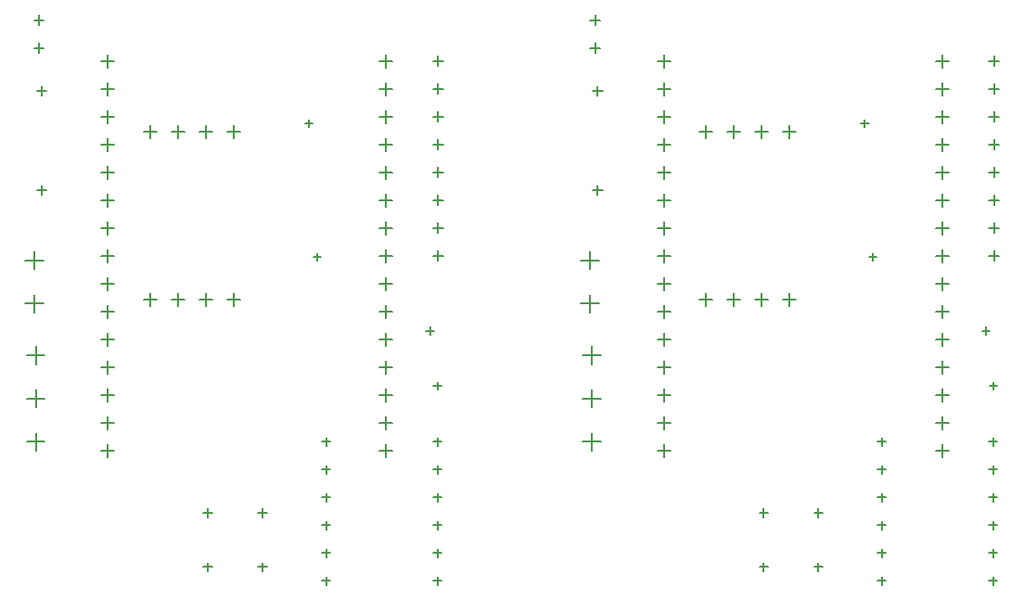
<source format=gbr>
G04*
G04 #@! TF.GenerationSoftware,Altium Limited,Altium Designer,25.0.2 (28)*
G04*
G04 Layer_Color=128*
%FSLAX44Y44*%
%MOMM*%
G71*
G04*
G04 #@! TF.SameCoordinates,8B6BD92A-2743-4FC7-A306-186CE1EE4446*
G04*
G04*
G04 #@! TF.FilePolarity,Positive*
G04*
G01*
G75*
%ADD67C,0.1270*%
D67*
X369940Y506270D02*
X381540D01*
X375740Y500470D02*
Y512070D01*
X369940Y480870D02*
X381540D01*
X375740Y475070D02*
Y486670D01*
X369940Y455470D02*
X381540D01*
X375740Y449670D02*
Y461270D01*
X369940Y430070D02*
X381540D01*
X375740Y424270D02*
Y435870D01*
X369940Y404670D02*
X381540D01*
X375740Y398870D02*
Y410470D01*
X369940Y379270D02*
X381540D01*
X375740Y373470D02*
Y385070D01*
X369940Y353870D02*
X381540D01*
X375740Y348070D02*
Y359670D01*
X369940Y328470D02*
X381540D01*
X375740Y322670D02*
Y334270D01*
X369940Y303070D02*
X381540D01*
X375740Y297270D02*
Y308870D01*
X369940Y277670D02*
X381540D01*
X375740Y271870D02*
Y283470D01*
X369940Y252270D02*
X381540D01*
X375740Y246470D02*
Y258070D01*
X369940Y226870D02*
X381540D01*
X375740Y221070D02*
Y232670D01*
X369940Y201470D02*
X381540D01*
X375740Y195670D02*
Y207270D01*
X369940Y150670D02*
X381540D01*
X375740Y144870D02*
Y156470D01*
X369940Y176070D02*
X381540D01*
X375740Y170270D02*
Y181870D01*
X115940Y226870D02*
X127540D01*
X121740Y221070D02*
Y232670D01*
X115940Y506270D02*
X127540D01*
X121740Y500470D02*
Y512070D01*
X115940Y480870D02*
X127540D01*
X121740Y475070D02*
Y486670D01*
X115940Y455470D02*
X127540D01*
X121740Y449670D02*
Y461270D01*
X115940Y430070D02*
X127540D01*
X121740Y424270D02*
Y435870D01*
X115940Y404670D02*
X127540D01*
X121740Y398870D02*
Y410470D01*
X115940Y379270D02*
X127540D01*
X121740Y373470D02*
Y385070D01*
X115940Y353870D02*
X127540D01*
X121740Y348070D02*
Y359670D01*
X115940Y328470D02*
X127540D01*
X121740Y322670D02*
Y334270D01*
X115940Y303070D02*
X127540D01*
X121740Y297270D02*
Y308870D01*
X115940Y277670D02*
X127540D01*
X121740Y271870D02*
Y283470D01*
X115940Y252270D02*
X127540D01*
X121740Y246470D02*
Y258070D01*
X115940Y201470D02*
X127540D01*
X121740Y195670D02*
Y207270D01*
X115940Y176070D02*
X127540D01*
X121740Y170270D02*
Y181870D01*
X115940Y150670D02*
X127540D01*
X121740Y144870D02*
Y156470D01*
X47740Y237820D02*
X64240D01*
X55990Y229570D02*
Y246070D01*
X47740Y198220D02*
X64240D01*
X55990Y189970D02*
Y206470D01*
X47740Y158620D02*
X64240D01*
X55990Y150370D02*
Y166870D01*
X418780Y158720D02*
X426400D01*
X422590Y154910D02*
Y162530D01*
X418780Y133320D02*
X426400D01*
X422590Y129510D02*
Y137130D01*
X418780Y107920D02*
X426400D01*
X422590Y104110D02*
Y111730D01*
X418780Y82520D02*
X426400D01*
X422590Y78710D02*
Y86330D01*
X418780Y57120D02*
X426400D01*
X422590Y53310D02*
Y60930D01*
X418780Y31720D02*
X426400D01*
X422590Y27910D02*
Y35530D01*
X317180Y133320D02*
X324800D01*
X320990Y129510D02*
Y137130D01*
X317180Y57120D02*
X324800D01*
X320990Y53310D02*
Y60930D01*
X317180Y158720D02*
X324800D01*
X320990Y154910D02*
Y162530D01*
X317180Y107920D02*
X324800D01*
X320990Y104110D02*
Y111730D01*
X317180Y82520D02*
X324800D01*
X320990Y78710D02*
Y86330D01*
X317180Y31720D02*
X324800D01*
X320990Y27910D02*
Y35530D01*
X154490Y288570D02*
X166090D01*
X160290Y282770D02*
Y294370D01*
X179890Y288570D02*
X191490D01*
X185690Y282770D02*
Y294370D01*
X205290Y288570D02*
X216890D01*
X211090Y282770D02*
Y294370D01*
X230690Y288570D02*
X242290D01*
X236490Y282770D02*
Y294370D01*
X154490Y441970D02*
X166090D01*
X160290Y436170D02*
Y447770D01*
X179890Y441970D02*
X191490D01*
X185690Y436170D02*
Y447770D01*
X205290Y441970D02*
X216890D01*
X211090Y436170D02*
Y447770D01*
X230690Y441970D02*
X242290D01*
X236490Y436170D02*
Y447770D01*
X208990Y93720D02*
X216990D01*
X212990Y89720D02*
Y97720D01*
X258990Y93720D02*
X266990D01*
X262990Y89720D02*
Y97720D01*
X208990Y44470D02*
X216990D01*
X212990Y40470D02*
Y48470D01*
X258990Y44470D02*
X266990D01*
X262990Y40470D02*
Y48470D01*
X418740Y328520D02*
X427740D01*
X423240Y324020D02*
Y333020D01*
X418740Y353920D02*
X427740D01*
X423240Y349420D02*
Y358420D01*
X418740Y379320D02*
X427740D01*
X423240Y374820D02*
Y383820D01*
X418740Y404720D02*
X427740D01*
X423240Y400220D02*
Y409220D01*
X418740Y430120D02*
X427740D01*
X423240Y425620D02*
Y434620D01*
X418740Y455520D02*
X427740D01*
X423240Y451020D02*
Y460020D01*
X418740Y480920D02*
X427740D01*
X423240Y476420D02*
Y485420D01*
X418740Y506320D02*
X427740D01*
X423240Y501820D02*
Y510820D01*
X46240Y324470D02*
X62740D01*
X54490Y316220D02*
Y332720D01*
X46240Y284870D02*
X62740D01*
X54490Y276620D02*
Y293120D01*
X54490Y543671D02*
X63490D01*
X58990Y539171D02*
Y548171D01*
X54490Y518270D02*
X63490D01*
X58990Y513770D02*
Y522770D01*
X57240Y388720D02*
X65740D01*
X61490Y384470D02*
Y392970D01*
X57240Y478720D02*
X65740D01*
X61490Y474470D02*
Y482970D01*
X301684Y449220D02*
X308796D01*
X305240Y445664D02*
Y452776D01*
X309184Y327470D02*
X316296D01*
X312740Y323914D02*
Y331026D01*
X419034Y209892D02*
X426146D01*
X422590Y206336D02*
Y213448D01*
X412310Y260050D02*
X419422D01*
X415866Y256494D02*
Y263606D01*
X877460Y506270D02*
X889060D01*
X883260Y500470D02*
Y512070D01*
X877460Y480870D02*
X889060D01*
X883260Y475070D02*
Y486670D01*
X877460Y455470D02*
X889060D01*
X883260Y449670D02*
Y461270D01*
X877460Y430070D02*
X889060D01*
X883260Y424270D02*
Y435870D01*
X877460Y404670D02*
X889060D01*
X883260Y398870D02*
Y410470D01*
X877460Y379270D02*
X889060D01*
X883260Y373470D02*
Y385070D01*
X877460Y353870D02*
X889060D01*
X883260Y348070D02*
Y359670D01*
X877460Y328470D02*
X889060D01*
X883260Y322670D02*
Y334270D01*
X877460Y303070D02*
X889060D01*
X883260Y297270D02*
Y308870D01*
X877460Y277670D02*
X889060D01*
X883260Y271870D02*
Y283470D01*
X877460Y252270D02*
X889060D01*
X883260Y246470D02*
Y258070D01*
X877460Y226870D02*
X889060D01*
X883260Y221070D02*
Y232670D01*
X877460Y201470D02*
X889060D01*
X883260Y195670D02*
Y207270D01*
X877460Y150670D02*
X889060D01*
X883260Y144870D02*
Y156470D01*
X877460Y176070D02*
X889060D01*
X883260Y170270D02*
Y181870D01*
X623460Y226870D02*
X635060D01*
X629260Y221070D02*
Y232670D01*
X623460Y506270D02*
X635060D01*
X629260Y500470D02*
Y512070D01*
X623460Y480870D02*
X635060D01*
X629260Y475070D02*
Y486670D01*
X623460Y455470D02*
X635060D01*
X629260Y449670D02*
Y461270D01*
X623460Y430070D02*
X635060D01*
X629260Y424270D02*
Y435870D01*
X623460Y404670D02*
X635060D01*
X629260Y398870D02*
Y410470D01*
X623460Y379270D02*
X635060D01*
X629260Y373470D02*
Y385070D01*
X623460Y353870D02*
X635060D01*
X629260Y348070D02*
Y359670D01*
X623460Y328470D02*
X635060D01*
X629260Y322670D02*
Y334270D01*
X623460Y303070D02*
X635060D01*
X629260Y297270D02*
Y308870D01*
X623460Y277670D02*
X635060D01*
X629260Y271870D02*
Y283470D01*
X623460Y252270D02*
X635060D01*
X629260Y246470D02*
Y258070D01*
X623460Y201470D02*
X635060D01*
X629260Y195670D02*
Y207270D01*
X623460Y176070D02*
X635060D01*
X629260Y170270D02*
Y181870D01*
X623460Y150670D02*
X635060D01*
X629260Y144870D02*
Y156470D01*
X555260Y237820D02*
X571760D01*
X563510Y229570D02*
Y246070D01*
X555260Y198220D02*
X571760D01*
X563510Y189970D02*
Y206470D01*
X555260Y158620D02*
X571760D01*
X563510Y150370D02*
Y166870D01*
X926300Y158720D02*
X933920D01*
X930110Y154910D02*
Y162530D01*
X926300Y133320D02*
X933920D01*
X930110Y129510D02*
Y137130D01*
X926300Y107920D02*
X933920D01*
X930110Y104110D02*
Y111730D01*
X926300Y82520D02*
X933920D01*
X930110Y78710D02*
Y86330D01*
X926300Y57120D02*
X933920D01*
X930110Y53310D02*
Y60930D01*
X926300Y31720D02*
X933920D01*
X930110Y27910D02*
Y35530D01*
X824700Y133320D02*
X832320D01*
X828510Y129510D02*
Y137130D01*
X824700Y57120D02*
X832320D01*
X828510Y53310D02*
Y60930D01*
X824700Y158720D02*
X832320D01*
X828510Y154910D02*
Y162530D01*
X824700Y107920D02*
X832320D01*
X828510Y104110D02*
Y111730D01*
X824700Y82520D02*
X832320D01*
X828510Y78710D02*
Y86330D01*
X824700Y31720D02*
X832320D01*
X828510Y27910D02*
Y35530D01*
X662010Y288570D02*
X673610D01*
X667810Y282770D02*
Y294370D01*
X687410Y288570D02*
X699010D01*
X693210Y282770D02*
Y294370D01*
X712810Y288570D02*
X724410D01*
X718610Y282770D02*
Y294370D01*
X738210Y288570D02*
X749810D01*
X744010Y282770D02*
Y294370D01*
X662010Y441970D02*
X673610D01*
X667810Y436170D02*
Y447770D01*
X687410Y441970D02*
X699010D01*
X693210Y436170D02*
Y447770D01*
X712810Y441970D02*
X724410D01*
X718610Y436170D02*
Y447770D01*
X738210Y441970D02*
X749810D01*
X744010Y436170D02*
Y447770D01*
X716510Y93720D02*
X724510D01*
X720510Y89720D02*
Y97720D01*
X766510Y93720D02*
X774510D01*
X770510Y89720D02*
Y97720D01*
X716510Y44470D02*
X724510D01*
X720510Y40470D02*
Y48470D01*
X766510Y44470D02*
X774510D01*
X770510Y40470D02*
Y48470D01*
X926260Y328520D02*
X935260D01*
X930760Y324020D02*
Y333020D01*
X926260Y353920D02*
X935260D01*
X930760Y349420D02*
Y358420D01*
X926260Y379320D02*
X935260D01*
X930760Y374820D02*
Y383820D01*
X926260Y404720D02*
X935260D01*
X930760Y400220D02*
Y409220D01*
X926260Y430120D02*
X935260D01*
X930760Y425620D02*
Y434620D01*
X926260Y455520D02*
X935260D01*
X930760Y451020D02*
Y460020D01*
X926260Y480920D02*
X935260D01*
X930760Y476420D02*
Y485420D01*
X926260Y506320D02*
X935260D01*
X930760Y501820D02*
Y510820D01*
X553760Y324470D02*
X570260D01*
X562010Y316220D02*
Y332720D01*
X553760Y284870D02*
X570260D01*
X562010Y276620D02*
Y293120D01*
X562010Y543671D02*
X571010D01*
X566510Y539171D02*
Y548171D01*
X562010Y518270D02*
X571010D01*
X566510Y513770D02*
Y522770D01*
X564760Y388720D02*
X573260D01*
X569010Y384470D02*
Y392970D01*
X564760Y478720D02*
X573260D01*
X569010Y474470D02*
Y482970D01*
X809204Y449220D02*
X816316D01*
X812760Y445664D02*
Y452776D01*
X816704Y327470D02*
X823816D01*
X820260Y323914D02*
Y331026D01*
X926554Y209892D02*
X933666D01*
X930110Y206336D02*
Y213448D01*
X919830Y260050D02*
X926942D01*
X923386Y256494D02*
Y263606D01*
M02*

</source>
